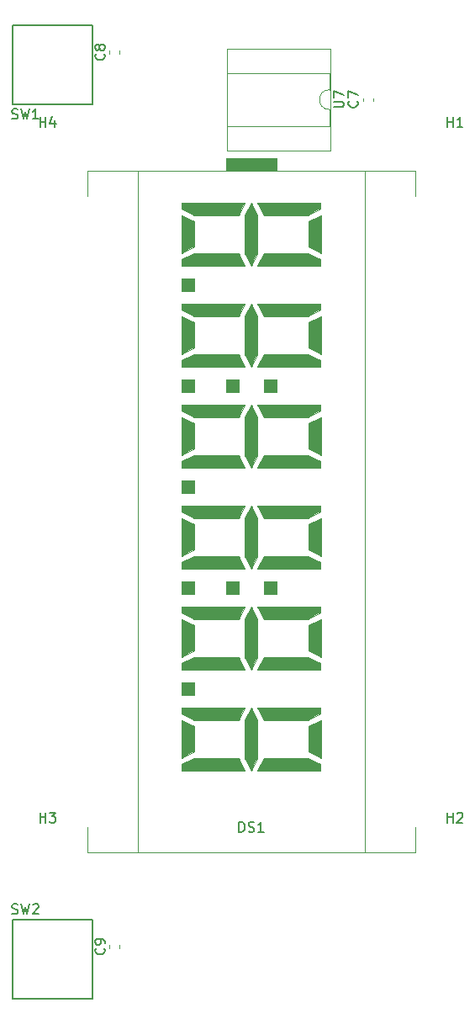
<source format=gbr>
%TF.GenerationSoftware,KiCad,Pcbnew,6.0.10-86aedd382b~118~ubuntu22.04.1*%
%TF.CreationDate,2023-02-24T18:01:10+02:00*%
%TF.ProjectId,JugCounter,4a756743-6f75-46e7-9465-722e6b696361,rev?*%
%TF.SameCoordinates,Original*%
%TF.FileFunction,Legend,Top*%
%TF.FilePolarity,Positive*%
%FSLAX46Y46*%
G04 Gerber Fmt 4.6, Leading zero omitted, Abs format (unit mm)*
G04 Created by KiCad (PCBNEW 6.0.10-86aedd382b~118~ubuntu22.04.1) date 2023-02-24 18:01:10*
%MOMM*%
%LPD*%
G01*
G04 APERTURE LIST*
%ADD10C,0.150000*%
%ADD11C,0.120000*%
G04 APERTURE END LIST*
D10*
%TO.C,U7*%
X48332380Y-24271904D02*
X49141904Y-24271904D01*
X49237142Y-24224285D01*
X49284761Y-24176666D01*
X49332380Y-24081428D01*
X49332380Y-23890952D01*
X49284761Y-23795714D01*
X49237142Y-23748095D01*
X49141904Y-23700476D01*
X48332380Y-23700476D01*
X48332380Y-23319523D02*
X48332380Y-22652857D01*
X49332380Y-23081428D01*
%TO.C,H3*%
X18738095Y-96252380D02*
X18738095Y-95252380D01*
X18738095Y-95728571D02*
X19309523Y-95728571D01*
X19309523Y-96252380D02*
X19309523Y-95252380D01*
X19690476Y-95252380D02*
X20309523Y-95252380D01*
X19976190Y-95633333D01*
X20119047Y-95633333D01*
X20214285Y-95680952D01*
X20261904Y-95728571D01*
X20309523Y-95823809D01*
X20309523Y-96061904D01*
X20261904Y-96157142D01*
X20214285Y-96204761D01*
X20119047Y-96252380D01*
X19833333Y-96252380D01*
X19738095Y-96204761D01*
X19690476Y-96157142D01*
%TO.C,SW2*%
X15916666Y-105404761D02*
X16059523Y-105452380D01*
X16297619Y-105452380D01*
X16392857Y-105404761D01*
X16440476Y-105357142D01*
X16488095Y-105261904D01*
X16488095Y-105166666D01*
X16440476Y-105071428D01*
X16392857Y-105023809D01*
X16297619Y-104976190D01*
X16107142Y-104928571D01*
X16011904Y-104880952D01*
X15964285Y-104833333D01*
X15916666Y-104738095D01*
X15916666Y-104642857D01*
X15964285Y-104547619D01*
X16011904Y-104500000D01*
X16107142Y-104452380D01*
X16345238Y-104452380D01*
X16488095Y-104500000D01*
X16821428Y-104452380D02*
X17059523Y-105452380D01*
X17250000Y-104738095D01*
X17440476Y-105452380D01*
X17678571Y-104452380D01*
X18011904Y-104547619D02*
X18059523Y-104500000D01*
X18154761Y-104452380D01*
X18392857Y-104452380D01*
X18488095Y-104500000D01*
X18535714Y-104547619D01*
X18583333Y-104642857D01*
X18583333Y-104738095D01*
X18535714Y-104880952D01*
X17964285Y-105452380D01*
X18583333Y-105452380D01*
%TO.C,H2*%
X59738095Y-96252380D02*
X59738095Y-95252380D01*
X59738095Y-95728571D02*
X60309523Y-95728571D01*
X60309523Y-96252380D02*
X60309523Y-95252380D01*
X60738095Y-95347619D02*
X60785714Y-95300000D01*
X60880952Y-95252380D01*
X61119047Y-95252380D01*
X61214285Y-95300000D01*
X61261904Y-95347619D01*
X61309523Y-95442857D01*
X61309523Y-95538095D01*
X61261904Y-95680952D01*
X60690476Y-96252380D01*
X61309523Y-96252380D01*
%TO.C,C9*%
X25177142Y-108916666D02*
X25224761Y-108964285D01*
X25272380Y-109107142D01*
X25272380Y-109202380D01*
X25224761Y-109345238D01*
X25129523Y-109440476D01*
X25034285Y-109488095D01*
X24843809Y-109535714D01*
X24700952Y-109535714D01*
X24510476Y-109488095D01*
X24415238Y-109440476D01*
X24320000Y-109345238D01*
X24272380Y-109202380D01*
X24272380Y-109107142D01*
X24320000Y-108964285D01*
X24367619Y-108916666D01*
X25272380Y-108440476D02*
X25272380Y-108250000D01*
X25224761Y-108154761D01*
X25177142Y-108107142D01*
X25034285Y-108011904D01*
X24843809Y-107964285D01*
X24462857Y-107964285D01*
X24367619Y-108011904D01*
X24320000Y-108059523D01*
X24272380Y-108154761D01*
X24272380Y-108345238D01*
X24320000Y-108440476D01*
X24367619Y-108488095D01*
X24462857Y-108535714D01*
X24700952Y-108535714D01*
X24796190Y-108488095D01*
X24843809Y-108440476D01*
X24891428Y-108345238D01*
X24891428Y-108154761D01*
X24843809Y-108059523D01*
X24796190Y-108011904D01*
X24700952Y-107964285D01*
%TO.C,C7*%
X50677142Y-23666666D02*
X50724761Y-23714285D01*
X50772380Y-23857142D01*
X50772380Y-23952380D01*
X50724761Y-24095238D01*
X50629523Y-24190476D01*
X50534285Y-24238095D01*
X50343809Y-24285714D01*
X50200952Y-24285714D01*
X50010476Y-24238095D01*
X49915238Y-24190476D01*
X49820000Y-24095238D01*
X49772380Y-23952380D01*
X49772380Y-23857142D01*
X49820000Y-23714285D01*
X49867619Y-23666666D01*
X49772380Y-23333333D02*
X49772380Y-22666666D01*
X50772380Y-23095238D01*
%TO.C,C8*%
X25177142Y-18916666D02*
X25224761Y-18964285D01*
X25272380Y-19107142D01*
X25272380Y-19202380D01*
X25224761Y-19345238D01*
X25129523Y-19440476D01*
X25034285Y-19488095D01*
X24843809Y-19535714D01*
X24700952Y-19535714D01*
X24510476Y-19488095D01*
X24415238Y-19440476D01*
X24320000Y-19345238D01*
X24272380Y-19202380D01*
X24272380Y-19107142D01*
X24320000Y-18964285D01*
X24367619Y-18916666D01*
X24700952Y-18345238D02*
X24653333Y-18440476D01*
X24605714Y-18488095D01*
X24510476Y-18535714D01*
X24462857Y-18535714D01*
X24367619Y-18488095D01*
X24320000Y-18440476D01*
X24272380Y-18345238D01*
X24272380Y-18154761D01*
X24320000Y-18059523D01*
X24367619Y-18011904D01*
X24462857Y-17964285D01*
X24510476Y-17964285D01*
X24605714Y-18011904D01*
X24653333Y-18059523D01*
X24700952Y-18154761D01*
X24700952Y-18345238D01*
X24748571Y-18440476D01*
X24796190Y-18488095D01*
X24891428Y-18535714D01*
X25081904Y-18535714D01*
X25177142Y-18488095D01*
X25224761Y-18440476D01*
X25272380Y-18345238D01*
X25272380Y-18154761D01*
X25224761Y-18059523D01*
X25177142Y-18011904D01*
X25081904Y-17964285D01*
X24891428Y-17964285D01*
X24796190Y-18011904D01*
X24748571Y-18059523D01*
X24700952Y-18154761D01*
%TO.C,H4*%
X18738095Y-26252380D02*
X18738095Y-25252380D01*
X18738095Y-25728571D02*
X19309523Y-25728571D01*
X19309523Y-26252380D02*
X19309523Y-25252380D01*
X20214285Y-25585714D02*
X20214285Y-26252380D01*
X19976190Y-25204761D02*
X19738095Y-25919047D01*
X20357142Y-25919047D01*
%TO.C,H1*%
X59738095Y-26252380D02*
X59738095Y-25252380D01*
X59738095Y-25728571D02*
X60309523Y-25728571D01*
X60309523Y-26252380D02*
X60309523Y-25252380D01*
X61309523Y-26252380D02*
X60738095Y-26252380D01*
X61023809Y-26252380D02*
X61023809Y-25252380D01*
X60928571Y-25395238D01*
X60833333Y-25490476D01*
X60738095Y-25538095D01*
%TO.C,SW1*%
X15916666Y-25404761D02*
X16059523Y-25452380D01*
X16297619Y-25452380D01*
X16392857Y-25404761D01*
X16440476Y-25357142D01*
X16488095Y-25261904D01*
X16488095Y-25166666D01*
X16440476Y-25071428D01*
X16392857Y-25023809D01*
X16297619Y-24976190D01*
X16107142Y-24928571D01*
X16011904Y-24880952D01*
X15964285Y-24833333D01*
X15916666Y-24738095D01*
X15916666Y-24642857D01*
X15964285Y-24547619D01*
X16011904Y-24500000D01*
X16107142Y-24452380D01*
X16345238Y-24452380D01*
X16488095Y-24500000D01*
X16821428Y-24452380D02*
X17059523Y-25452380D01*
X17250000Y-24738095D01*
X17440476Y-25452380D01*
X17678571Y-24452380D01*
X18583333Y-25452380D02*
X18011904Y-25452380D01*
X18297619Y-25452380D02*
X18297619Y-24452380D01*
X18202380Y-24595238D01*
X18107142Y-24690476D01*
X18011904Y-24738095D01*
%TO.C,DS1*%
X38785714Y-97202380D02*
X38785714Y-96202380D01*
X39023809Y-96202380D01*
X39166666Y-96250000D01*
X39261904Y-96345238D01*
X39309523Y-96440476D01*
X39357142Y-96630952D01*
X39357142Y-96773809D01*
X39309523Y-96964285D01*
X39261904Y-97059523D01*
X39166666Y-97154761D01*
X39023809Y-97202380D01*
X38785714Y-97202380D01*
X39738095Y-97154761D02*
X39880952Y-97202380D01*
X40119047Y-97202380D01*
X40214285Y-97154761D01*
X40261904Y-97107142D01*
X40309523Y-97011904D01*
X40309523Y-96916666D01*
X40261904Y-96821428D01*
X40214285Y-96773809D01*
X40119047Y-96726190D01*
X39928571Y-96678571D01*
X39833333Y-96630952D01*
X39785714Y-96583333D01*
X39738095Y-96488095D01*
X39738095Y-96392857D01*
X39785714Y-96297619D01*
X39833333Y-96250000D01*
X39928571Y-96202380D01*
X40166666Y-96202380D01*
X40309523Y-96250000D01*
X41261904Y-97202380D02*
X40690476Y-97202380D01*
X40976190Y-97202380D02*
X40976190Y-96202380D01*
X40880952Y-96345238D01*
X40785714Y-96440476D01*
X40690476Y-96488095D01*
D11*
%TO.C,U7*%
X47880000Y-20860000D02*
X37600000Y-20860000D01*
X47880000Y-22510000D02*
X47880000Y-20860000D01*
X37600000Y-26160000D02*
X47880000Y-26160000D01*
X47940000Y-18370000D02*
X37540000Y-18370000D01*
X47880000Y-26160000D02*
X47880000Y-24510000D01*
X37600000Y-20860000D02*
X37600000Y-26160000D01*
X37540000Y-18370000D02*
X37540000Y-28650000D01*
X37540000Y-28650000D02*
X47940000Y-28650000D01*
X47940000Y-28650000D02*
X47940000Y-18370000D01*
X47880000Y-22510000D02*
G75*
G03*
X47880000Y-24510000I0J-1000000D01*
G01*
D10*
%TO.C,SW2*%
X24000000Y-114000000D02*
X16000000Y-114000000D01*
X24000000Y-106000000D02*
X24000000Y-114000000D01*
X16000000Y-106000000D02*
X24000000Y-106000000D01*
X16000000Y-114000000D02*
X16000000Y-106000000D01*
D11*
%TO.C,C9*%
X26760000Y-108896267D02*
X26760000Y-108603733D01*
X25740000Y-108896267D02*
X25740000Y-108603733D01*
%TO.C,C7*%
X52260000Y-23646267D02*
X52260000Y-23353733D01*
X51240000Y-23646267D02*
X51240000Y-23353733D01*
%TO.C,C8*%
X26760000Y-18896267D02*
X26760000Y-18603733D01*
X25740000Y-18896267D02*
X25740000Y-18603733D01*
D10*
%TO.C,SW1*%
X16000000Y-16000000D02*
X24000000Y-16000000D01*
X24000000Y-24000000D02*
X16000000Y-24000000D01*
X24000000Y-16000000D02*
X24000000Y-24000000D01*
X16000000Y-24000000D02*
X16000000Y-16000000D01*
D11*
%TO.C,DS1*%
X23490000Y-99290000D02*
X23490000Y-96750000D01*
X56510000Y-99290000D02*
X56510000Y-96750000D01*
X56510000Y-30710000D02*
X56510000Y-33250000D01*
X51430000Y-30710000D02*
X56510000Y-30710000D01*
X28570000Y-99290000D02*
X23490000Y-99290000D01*
X51430000Y-99290000D02*
X56510000Y-99290000D01*
X28570000Y-30710000D02*
X23490000Y-30710000D01*
X23490000Y-30710000D02*
X23490000Y-33250000D01*
X37460000Y-71985000D02*
X38730000Y-71985000D01*
X38730000Y-71985000D02*
X38730000Y-73255000D01*
X38730000Y-73255000D02*
X37460000Y-73255000D01*
X37460000Y-73255000D02*
X37460000Y-71985000D01*
G36*
X37460000Y-71985000D02*
G01*
X38730000Y-71985000D01*
X38730000Y-73255000D01*
X37460000Y-73255000D01*
X37460000Y-71985000D01*
G37*
X33015000Y-51665000D02*
X34285000Y-51665000D01*
X34285000Y-51665000D02*
X34285000Y-52935000D01*
X34285000Y-52935000D02*
X33015000Y-52935000D01*
X33015000Y-52935000D02*
X33015000Y-51665000D01*
G36*
X33015000Y-51665000D02*
G01*
X34285000Y-51665000D01*
X34285000Y-52935000D01*
X33015000Y-52935000D01*
X33015000Y-51665000D01*
G37*
X41270000Y-71985000D02*
X42540000Y-71985000D01*
X42540000Y-71985000D02*
X42540000Y-73255000D01*
X42540000Y-73255000D02*
X41270000Y-73255000D01*
X41270000Y-73255000D02*
X41270000Y-71985000D01*
G36*
X41270000Y-71985000D02*
G01*
X42540000Y-71985000D01*
X42540000Y-73255000D01*
X41270000Y-73255000D01*
X41270000Y-71985000D01*
G37*
X41270000Y-51665000D02*
X42540000Y-51665000D01*
X42540000Y-51665000D02*
X42540000Y-52935000D01*
X42540000Y-52935000D02*
X41270000Y-52935000D01*
X41270000Y-52935000D02*
X41270000Y-51665000D01*
G36*
X41270000Y-51665000D02*
G01*
X42540000Y-51665000D01*
X42540000Y-52935000D01*
X41270000Y-52935000D01*
X41270000Y-51665000D01*
G37*
X51430000Y-30710000D02*
X28570000Y-30710000D01*
X28570000Y-30710000D02*
X28570000Y-99290000D01*
X28570000Y-99290000D02*
X51430000Y-99290000D01*
X51430000Y-99290000D02*
X51430000Y-30710000D01*
X33015000Y-61825000D02*
X34285000Y-61825000D01*
X34285000Y-61825000D02*
X34285000Y-63095000D01*
X34285000Y-63095000D02*
X33015000Y-63095000D01*
X33015000Y-63095000D02*
X33015000Y-61825000D01*
G36*
X33015000Y-61825000D02*
G01*
X34285000Y-61825000D01*
X34285000Y-63095000D01*
X33015000Y-63095000D01*
X33015000Y-61825000D01*
G37*
X33015000Y-41505000D02*
X34285000Y-41505000D01*
X34285000Y-41505000D02*
X34285000Y-42775000D01*
X34285000Y-42775000D02*
X33015000Y-42775000D01*
X33015000Y-42775000D02*
X33015000Y-41505000D01*
G36*
X33015000Y-41505000D02*
G01*
X34285000Y-41505000D01*
X34285000Y-42775000D01*
X33015000Y-42775000D01*
X33015000Y-41505000D01*
G37*
X33015000Y-71985000D02*
X34285000Y-71985000D01*
X34285000Y-71985000D02*
X34285000Y-73255000D01*
X34285000Y-73255000D02*
X33015000Y-73255000D01*
X33015000Y-73255000D02*
X33015000Y-71985000D01*
G36*
X33015000Y-71985000D02*
G01*
X34285000Y-71985000D01*
X34285000Y-73255000D01*
X33015000Y-73255000D01*
X33015000Y-71985000D01*
G37*
X33015000Y-82145000D02*
X34285000Y-82145000D01*
X34285000Y-82145000D02*
X34285000Y-83415000D01*
X34285000Y-83415000D02*
X33015000Y-83415000D01*
X33015000Y-83415000D02*
X33015000Y-82145000D01*
G36*
X33015000Y-82145000D02*
G01*
X34285000Y-82145000D01*
X34285000Y-83415000D01*
X33015000Y-83415000D01*
X33015000Y-82145000D01*
G37*
X42540000Y-29440000D02*
X37460000Y-29440000D01*
X37460000Y-29440000D02*
X37460000Y-30710000D01*
X37460000Y-30710000D02*
X42540000Y-30710000D01*
X42540000Y-30710000D02*
X42540000Y-29440000D01*
G36*
X42540000Y-29440000D02*
G01*
X37460000Y-29440000D01*
X37460000Y-30710000D01*
X42540000Y-30710000D01*
X42540000Y-29440000D01*
G37*
X37460000Y-51665000D02*
X38730000Y-51665000D01*
X38730000Y-51665000D02*
X38730000Y-52935000D01*
X38730000Y-52935000D02*
X37460000Y-52935000D01*
X37460000Y-52935000D02*
X37460000Y-51665000D01*
G36*
X37460000Y-51665000D02*
G01*
X38730000Y-51665000D01*
X38730000Y-52935000D01*
X37460000Y-52935000D01*
X37460000Y-51665000D01*
G37*
G36*
X46985000Y-44680000D02*
G01*
X45715000Y-45315000D01*
X41270000Y-45315000D01*
X40635000Y-44045000D01*
X46985000Y-44045000D01*
X46985000Y-44680000D01*
G37*
X46985000Y-44680000D02*
X45715000Y-45315000D01*
X41270000Y-45315000D01*
X40635000Y-44045000D01*
X46985000Y-44045000D01*
X46985000Y-44680000D01*
G36*
X34285000Y-66270000D02*
G01*
X34285000Y-68810000D01*
X33015000Y-69445000D01*
X33015000Y-65635000D01*
X34285000Y-66270000D01*
G37*
X34285000Y-66270000D02*
X34285000Y-68810000D01*
X33015000Y-69445000D01*
X33015000Y-65635000D01*
X34285000Y-66270000D01*
G36*
X40635000Y-35155000D02*
G01*
X40635000Y-38965000D01*
X40000000Y-40235000D01*
X39365000Y-38965000D01*
X39365000Y-35155000D01*
X40000000Y-33885000D01*
X40635000Y-35155000D01*
G37*
X40635000Y-35155000D02*
X40635000Y-38965000D01*
X40000000Y-40235000D01*
X39365000Y-38965000D01*
X39365000Y-35155000D01*
X40000000Y-33885000D01*
X40635000Y-35155000D01*
G36*
X39365000Y-60555000D02*
G01*
X33015000Y-60555000D01*
X33015000Y-59920000D01*
X34285000Y-59285000D01*
X38730000Y-59285000D01*
X39365000Y-60555000D01*
G37*
X39365000Y-60555000D02*
X33015000Y-60555000D01*
X33015000Y-59920000D01*
X34285000Y-59285000D01*
X38730000Y-59285000D01*
X39365000Y-60555000D01*
G36*
X38730000Y-65635000D02*
G01*
X34285000Y-65635000D01*
X33015000Y-65000000D01*
X33015000Y-64365000D01*
X39365000Y-64365000D01*
X38730000Y-65635000D01*
G37*
X38730000Y-65635000D02*
X34285000Y-65635000D01*
X33015000Y-65000000D01*
X33015000Y-64365000D01*
X39365000Y-64365000D01*
X38730000Y-65635000D01*
G36*
X38730000Y-45315000D02*
G01*
X34285000Y-45315000D01*
X33015000Y-44680000D01*
X33015000Y-44045000D01*
X39365000Y-44045000D01*
X38730000Y-45315000D01*
G37*
X38730000Y-45315000D02*
X34285000Y-45315000D01*
X33015000Y-44680000D01*
X33015000Y-44045000D01*
X39365000Y-44045000D01*
X38730000Y-45315000D01*
G36*
X46985000Y-70080000D02*
G01*
X46985000Y-70715000D01*
X40635000Y-70715000D01*
X41270000Y-69445000D01*
X45715000Y-69445000D01*
X46985000Y-70080000D01*
G37*
X46985000Y-70080000D02*
X46985000Y-70715000D01*
X40635000Y-70715000D01*
X41270000Y-69445000D01*
X45715000Y-69445000D01*
X46985000Y-70080000D01*
G36*
X47018826Y-59285000D02*
G01*
X45748826Y-58650000D01*
X45748826Y-56110000D01*
X47018826Y-55475000D01*
X47018826Y-59285000D01*
G37*
X47018826Y-59285000D02*
X45748826Y-58650000D01*
X45748826Y-56110000D01*
X47018826Y-55475000D01*
X47018826Y-59285000D01*
G36*
X40635000Y-85955000D02*
G01*
X40635000Y-89765000D01*
X40000000Y-91035000D01*
X39365000Y-89765000D01*
X39365000Y-85955000D01*
X40000000Y-84685000D01*
X40635000Y-85955000D01*
G37*
X40635000Y-85955000D02*
X40635000Y-89765000D01*
X40000000Y-91035000D01*
X39365000Y-89765000D01*
X39365000Y-85955000D01*
X40000000Y-84685000D01*
X40635000Y-85955000D01*
G36*
X39365000Y-91035000D02*
G01*
X33015000Y-91035000D01*
X33015000Y-90400000D01*
X34285000Y-89765000D01*
X38730000Y-89765000D01*
X39365000Y-91035000D01*
G37*
X39365000Y-91035000D02*
X33015000Y-91035000D01*
X33015000Y-90400000D01*
X34285000Y-89765000D01*
X38730000Y-89765000D01*
X39365000Y-91035000D01*
G36*
X38730000Y-35155000D02*
G01*
X34285000Y-35155000D01*
X33015000Y-34520000D01*
X33015000Y-33885000D01*
X39365000Y-33885000D01*
X38730000Y-35155000D01*
G37*
X38730000Y-35155000D02*
X34285000Y-35155000D01*
X33015000Y-34520000D01*
X33015000Y-33885000D01*
X39365000Y-33885000D01*
X38730000Y-35155000D01*
G36*
X38730000Y-85955000D02*
G01*
X34285000Y-85955000D01*
X33015000Y-85320000D01*
X33015000Y-84685000D01*
X39365000Y-84685000D01*
X38730000Y-85955000D01*
G37*
X38730000Y-85955000D02*
X34285000Y-85955000D01*
X33015000Y-85320000D01*
X33015000Y-84685000D01*
X39365000Y-84685000D01*
X38730000Y-85955000D01*
G36*
X47018826Y-49125000D02*
G01*
X45748826Y-48490000D01*
X45748826Y-45950000D01*
X47018826Y-45315000D01*
X47018826Y-49125000D01*
G37*
X47018826Y-49125000D02*
X45748826Y-48490000D01*
X45748826Y-45950000D01*
X47018826Y-45315000D01*
X47018826Y-49125000D01*
G36*
X46985000Y-39600000D02*
G01*
X46985000Y-40235000D01*
X40635000Y-40235000D01*
X41270000Y-38965000D01*
X45715000Y-38965000D01*
X46985000Y-39600000D01*
G37*
X46985000Y-39600000D02*
X46985000Y-40235000D01*
X40635000Y-40235000D01*
X41270000Y-38965000D01*
X45715000Y-38965000D01*
X46985000Y-39600000D01*
G36*
X46985000Y-75160000D02*
G01*
X45715000Y-75795000D01*
X41270000Y-75795000D01*
X40635000Y-74525000D01*
X46985000Y-74525000D01*
X46985000Y-75160000D01*
G37*
X46985000Y-75160000D02*
X45715000Y-75795000D01*
X41270000Y-75795000D01*
X40635000Y-74525000D01*
X46985000Y-74525000D01*
X46985000Y-75160000D01*
G36*
X46985000Y-90400000D02*
G01*
X46985000Y-91035000D01*
X40635000Y-91035000D01*
X41270000Y-89765000D01*
X45715000Y-89765000D01*
X46985000Y-90400000D01*
G37*
X46985000Y-90400000D02*
X46985000Y-91035000D01*
X40635000Y-91035000D01*
X41270000Y-89765000D01*
X45715000Y-89765000D01*
X46985000Y-90400000D01*
G36*
X39365000Y-40235000D02*
G01*
X33015000Y-40235000D01*
X33015000Y-39600000D01*
X34285000Y-38965000D01*
X38730000Y-38965000D01*
X39365000Y-40235000D01*
G37*
X39365000Y-40235000D02*
X33015000Y-40235000D01*
X33015000Y-39600000D01*
X34285000Y-38965000D01*
X38730000Y-38965000D01*
X39365000Y-40235000D01*
G36*
X40635000Y-75795000D02*
G01*
X40635000Y-79605000D01*
X40000000Y-80875000D01*
X39365000Y-79605000D01*
X39365000Y-75795000D01*
X40000000Y-74525000D01*
X40635000Y-75795000D01*
G37*
X40635000Y-75795000D02*
X40635000Y-79605000D01*
X40000000Y-80875000D01*
X39365000Y-79605000D01*
X39365000Y-75795000D01*
X40000000Y-74525000D01*
X40635000Y-75795000D01*
G36*
X47018826Y-79605000D02*
G01*
X45748826Y-78970000D01*
X45748826Y-76430000D01*
X47018826Y-75795000D01*
X47018826Y-79605000D01*
G37*
X47018826Y-79605000D02*
X45748826Y-78970000D01*
X45748826Y-76430000D01*
X47018826Y-75795000D01*
X47018826Y-79605000D01*
G36*
X46985000Y-65000000D02*
G01*
X45715000Y-65635000D01*
X41270000Y-65635000D01*
X40635000Y-64365000D01*
X46985000Y-64365000D01*
X46985000Y-65000000D01*
G37*
X46985000Y-65000000D02*
X45715000Y-65635000D01*
X41270000Y-65635000D01*
X40635000Y-64365000D01*
X46985000Y-64365000D01*
X46985000Y-65000000D01*
G36*
X46985000Y-49760000D02*
G01*
X46985000Y-50395000D01*
X40635000Y-50395000D01*
X41270000Y-49125000D01*
X45715000Y-49125000D01*
X46985000Y-49760000D01*
G37*
X46985000Y-49760000D02*
X46985000Y-50395000D01*
X40635000Y-50395000D01*
X41270000Y-49125000D01*
X45715000Y-49125000D01*
X46985000Y-49760000D01*
G36*
X40635000Y-45315000D02*
G01*
X40635000Y-49125000D01*
X40000000Y-50395000D01*
X39365000Y-49125000D01*
X39365000Y-45315000D01*
X40000000Y-44045000D01*
X40635000Y-45315000D01*
G37*
X40635000Y-45315000D02*
X40635000Y-49125000D01*
X40000000Y-50395000D01*
X39365000Y-49125000D01*
X39365000Y-45315000D01*
X40000000Y-44045000D01*
X40635000Y-45315000D01*
G36*
X38730000Y-75795000D02*
G01*
X34285000Y-75795000D01*
X33015000Y-75160000D01*
X33015000Y-74525000D01*
X39365000Y-74525000D01*
X38730000Y-75795000D01*
G37*
X38730000Y-75795000D02*
X34285000Y-75795000D01*
X33015000Y-75160000D01*
X33015000Y-74525000D01*
X39365000Y-74525000D01*
X38730000Y-75795000D01*
G36*
X34285000Y-56110000D02*
G01*
X34285000Y-58650000D01*
X33015000Y-59285000D01*
X33015000Y-55475000D01*
X34285000Y-56110000D01*
G37*
X34285000Y-56110000D02*
X34285000Y-58650000D01*
X33015000Y-59285000D01*
X33015000Y-55475000D01*
X34285000Y-56110000D01*
G36*
X47018826Y-38965000D02*
G01*
X45748826Y-38330000D01*
X45748826Y-35790000D01*
X47018826Y-35155000D01*
X47018826Y-38965000D01*
G37*
X47018826Y-38965000D02*
X45748826Y-38330000D01*
X45748826Y-35790000D01*
X47018826Y-35155000D01*
X47018826Y-38965000D01*
G36*
X34285000Y-45950000D02*
G01*
X34285000Y-48490000D01*
X33015000Y-49125000D01*
X33015000Y-45315000D01*
X34285000Y-45950000D01*
G37*
X34285000Y-45950000D02*
X34285000Y-48490000D01*
X33015000Y-49125000D01*
X33015000Y-45315000D01*
X34285000Y-45950000D01*
G36*
X46985000Y-59920000D02*
G01*
X46985000Y-60555000D01*
X40635000Y-60555000D01*
X41270000Y-59285000D01*
X45715000Y-59285000D01*
X46985000Y-59920000D01*
G37*
X46985000Y-59920000D02*
X46985000Y-60555000D01*
X40635000Y-60555000D01*
X41270000Y-59285000D01*
X45715000Y-59285000D01*
X46985000Y-59920000D01*
G36*
X46985000Y-80240000D02*
G01*
X46985000Y-80875000D01*
X40635000Y-80875000D01*
X41270000Y-79605000D01*
X45715000Y-79605000D01*
X46985000Y-80240000D01*
G37*
X46985000Y-80240000D02*
X46985000Y-80875000D01*
X40635000Y-80875000D01*
X41270000Y-79605000D01*
X45715000Y-79605000D01*
X46985000Y-80240000D01*
G36*
X39365000Y-50395000D02*
G01*
X33015000Y-50395000D01*
X33015000Y-49760000D01*
X34285000Y-49125000D01*
X38730000Y-49125000D01*
X39365000Y-50395000D01*
G37*
X39365000Y-50395000D02*
X33015000Y-50395000D01*
X33015000Y-49760000D01*
X34285000Y-49125000D01*
X38730000Y-49125000D01*
X39365000Y-50395000D01*
G36*
X39365000Y-70715000D02*
G01*
X33015000Y-70715000D01*
X33015000Y-70080000D01*
X34285000Y-69445000D01*
X38730000Y-69445000D01*
X39365000Y-70715000D01*
G37*
X39365000Y-70715000D02*
X33015000Y-70715000D01*
X33015000Y-70080000D01*
X34285000Y-69445000D01*
X38730000Y-69445000D01*
X39365000Y-70715000D01*
G36*
X40635000Y-55475000D02*
G01*
X40635000Y-59285000D01*
X40000000Y-60555000D01*
X39365000Y-59285000D01*
X39365000Y-55475000D01*
X40000000Y-54205000D01*
X40635000Y-55475000D01*
G37*
X40635000Y-55475000D02*
X40635000Y-59285000D01*
X40000000Y-60555000D01*
X39365000Y-59285000D01*
X39365000Y-55475000D01*
X40000000Y-54205000D01*
X40635000Y-55475000D01*
G36*
X40635000Y-65635000D02*
G01*
X40635000Y-69445000D01*
X40000000Y-70715000D01*
X39365000Y-69445000D01*
X39365000Y-65635000D01*
X40000000Y-64365000D01*
X40635000Y-65635000D01*
G37*
X40635000Y-65635000D02*
X40635000Y-69445000D01*
X40000000Y-70715000D01*
X39365000Y-69445000D01*
X39365000Y-65635000D01*
X40000000Y-64365000D01*
X40635000Y-65635000D01*
G36*
X46985000Y-34520000D02*
G01*
X45715000Y-35155000D01*
X41270000Y-35155000D01*
X40635000Y-33885000D01*
X46985000Y-33885000D01*
X46985000Y-34520000D01*
G37*
X46985000Y-34520000D02*
X45715000Y-35155000D01*
X41270000Y-35155000D01*
X40635000Y-33885000D01*
X46985000Y-33885000D01*
X46985000Y-34520000D01*
G36*
X34285000Y-35790000D02*
G01*
X34285000Y-38330000D01*
X33015000Y-38965000D01*
X33015000Y-35155000D01*
X34285000Y-35790000D01*
G37*
X34285000Y-35790000D02*
X34285000Y-38330000D01*
X33015000Y-38965000D01*
X33015000Y-35155000D01*
X34285000Y-35790000D01*
G36*
X39365000Y-80875000D02*
G01*
X33015000Y-80875000D01*
X33015000Y-80240000D01*
X34285000Y-79605000D01*
X38730000Y-79605000D01*
X39365000Y-80875000D01*
G37*
X39365000Y-80875000D02*
X33015000Y-80875000D01*
X33015000Y-80240000D01*
X34285000Y-79605000D01*
X38730000Y-79605000D01*
X39365000Y-80875000D01*
G36*
X34285000Y-86590000D02*
G01*
X34285000Y-89130000D01*
X33015000Y-89765000D01*
X33015000Y-85955000D01*
X34285000Y-86590000D01*
G37*
X34285000Y-86590000D02*
X34285000Y-89130000D01*
X33015000Y-89765000D01*
X33015000Y-85955000D01*
X34285000Y-86590000D01*
G36*
X47018826Y-89765000D02*
G01*
X45748826Y-89130000D01*
X45748826Y-86590000D01*
X47018826Y-85955000D01*
X47018826Y-89765000D01*
G37*
X47018826Y-89765000D02*
X45748826Y-89130000D01*
X45748826Y-86590000D01*
X47018826Y-85955000D01*
X47018826Y-89765000D01*
G36*
X46985000Y-54840000D02*
G01*
X45715000Y-55475000D01*
X41270000Y-55475000D01*
X40635000Y-54205000D01*
X46985000Y-54205000D01*
X46985000Y-54840000D01*
G37*
X46985000Y-54840000D02*
X45715000Y-55475000D01*
X41270000Y-55475000D01*
X40635000Y-54205000D01*
X46985000Y-54205000D01*
X46985000Y-54840000D01*
G36*
X47018826Y-69445000D02*
G01*
X45748826Y-68810000D01*
X45748826Y-66270000D01*
X47018826Y-65635000D01*
X47018826Y-69445000D01*
G37*
X47018826Y-69445000D02*
X45748826Y-68810000D01*
X45748826Y-66270000D01*
X47018826Y-65635000D01*
X47018826Y-69445000D01*
G36*
X34285000Y-76430000D02*
G01*
X34285000Y-78970000D01*
X33015000Y-79605000D01*
X33015000Y-75795000D01*
X34285000Y-76430000D01*
G37*
X34285000Y-76430000D02*
X34285000Y-78970000D01*
X33015000Y-79605000D01*
X33015000Y-75795000D01*
X34285000Y-76430000D01*
G36*
X46985000Y-85320000D02*
G01*
X45715000Y-85955000D01*
X41270000Y-85955000D01*
X40635000Y-84685000D01*
X46985000Y-84685000D01*
X46985000Y-85320000D01*
G37*
X46985000Y-85320000D02*
X45715000Y-85955000D01*
X41270000Y-85955000D01*
X40635000Y-84685000D01*
X46985000Y-84685000D01*
X46985000Y-85320000D01*
G36*
X38730000Y-55475000D02*
G01*
X34285000Y-55475000D01*
X33015000Y-54840000D01*
X33015000Y-54205000D01*
X39365000Y-54205000D01*
X38730000Y-55475000D01*
G37*
X38730000Y-55475000D02*
X34285000Y-55475000D01*
X33015000Y-54840000D01*
X33015000Y-54205000D01*
X39365000Y-54205000D01*
X38730000Y-55475000D01*
%TD*%
M02*

</source>
